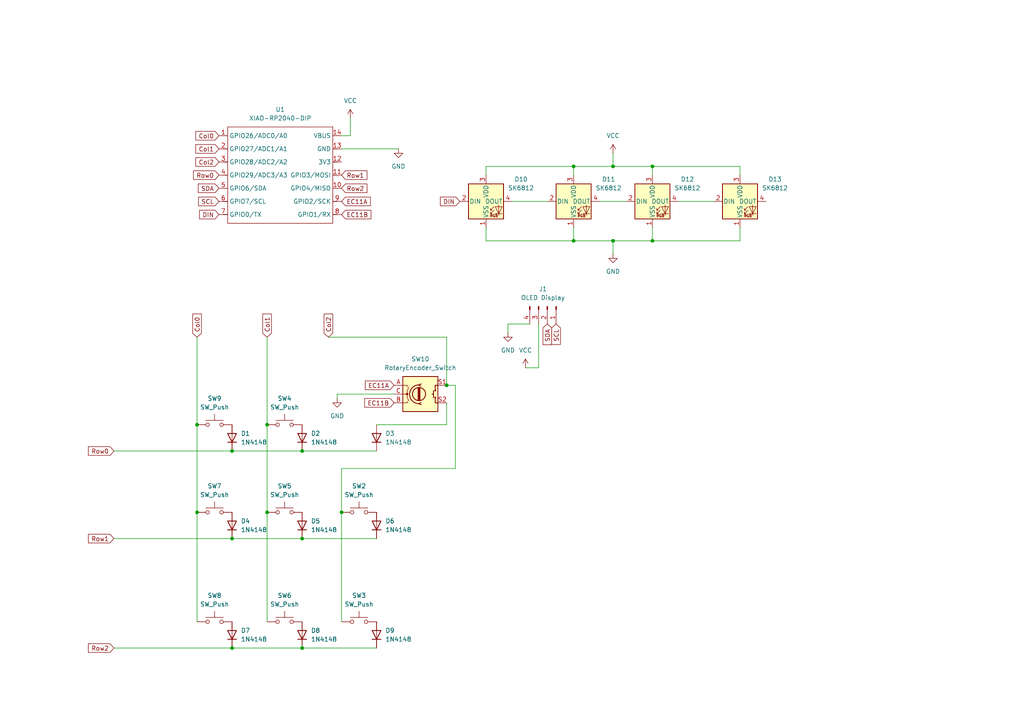
<source format=kicad_sch>
(kicad_sch (version 20250114) (generator "eeschema") (generator_version "9.0")
  (paper "A4")
  (lib_symbols
    (symbol "Connector:Conn_01x04_Pin" (pin_names (offset 1.016) (hide yes))
      (property "Reference" "J" (at 0 5.08 0))
      (property "Value" "Conn_01x04_Pin" (at 0 -7.62 0))
      (symbol "Conn_01x04_Pin_1_1"
        (rectangle (start 0.8636 2.667) (end 0 2.413) (stroke (width 0.1524)) (fill (type outline)))
        (rectangle (start 0.8636 0.127) (end 0 -0.127) (stroke (width 0.1524)) (fill (type outline)))
        (rectangle (start 0.8636 -2.413) (end 0 -2.667) (stroke (width 0.1524)) (fill (type outline)))
        (rectangle (start 0.8636 -4.953) (end 0 -5.207) (stroke (width 0.1524)) (fill (type outline)))
        (polyline (pts (xy 1.27 2.54) (xy 0.8636 2.54)) (stroke (width 0.1524)))
        (polyline (pts (xy 1.27 0) (xy 0.8636 0)) (stroke (width 0.1524)))
        (polyline (pts (xy 1.27 -2.54) (xy 0.8636 -2.54)) (stroke (width 0.1524)))
        (polyline (pts (xy 1.27 -5.08) (xy 0.8636 -5.08)) (stroke (width 0.1524)))
        (pin passive line (at 5.08 2.54 180) (length 3.81) (name "Pin_1") (number "1"))
        (pin passive line (at 5.08 0 180) (length 3.81) (name "Pin_2") (number "2"))
        (pin passive line (at 5.08 -2.54 180) (length 3.81) (name "Pin_3") (number "3"))
        (pin passive line (at 5.08 -5.08 180) (length 3.81) (name "Pin_4") (number "4"))
      )
    )
    (symbol "Device:RotaryEncoder_Switch" (pin_names (offset 0.254) (hide yes))
      (property "Reference" "SW" (at 0 6.604 0))
      (property "Value" "RotaryEncoder_Switch" (at 0 -6.604 0))
      (symbol "RotaryEncoder_Switch_0_1"
        (rectangle (start -5.08 5.08) (end 5.08 -5.08) (stroke (width 0.254)) (fill (type background)))
        (polyline (pts (xy -5.08 2.54) (xy -3.81 2.54) (xy -3.81 2.032)))
        (polyline (pts (xy -5.08 0) (xy -3.81 0) (xy -3.81 -1.016) (xy -3.302 -2.032)))
        (polyline (pts (xy -5.08 -2.54) (xy -3.81 -2.54) (xy -3.81 -2.032)))
        (polyline (pts (xy -4.318 0) (xy -3.81 0) (xy -3.81 1.016) (xy -3.302 2.032)))
        (circle (center -3.81 0) (radius 0.254) (fill (type outline)))
        (polyline (pts (xy -0.635 -1.778) (xy -0.635 1.778)) (stroke (width 0.254)))
        (circle (center -0.381 0) (radius 1.905) (stroke (width 0.254)))
        (polyline (pts (xy -0.381 -1.778) (xy -0.381 1.778)) (stroke (width 0.254)))
        (arc (start -0.381 -2.794) (mid -3.0988 -0.0635) (end -0.381 2.667) (stroke (width 0.254)))
        (polyline (pts (xy -0.127 1.778) (xy -0.127 -1.778)) (stroke (width 0.254)))
        (polyline (pts (xy 0.254 2.921) (xy -0.508 2.667) (xy 0.127 2.286)) (stroke (width 0.254)))
        (polyline (pts (xy 0.254 -3.048) (xy -0.508 -2.794) (xy 0.127 -2.413)) (stroke (width 0.254)))
        (polyline (pts (xy 3.81 1.016) (xy 3.81 -1.016)) (stroke (width 0.254)))
        (polyline (pts (xy 3.81 0) (xy 3.429 0)) (stroke (width 0.254)))
        (circle (center 4.318 1.016) (radius 0.127) (stroke (width 0.254)))
        (circle (center 4.318 -1.016) (radius 0.127) (stroke (width 0.254)))
        (polyline (pts (xy 5.08 2.54) (xy 4.318 2.54) (xy 4.318 1.016)) (stroke (width 0.254)))
        (polyline (pts (xy 5.08 -2.54) (xy 4.318 -2.54) (xy 4.318 -1.016)) (stroke (width 0.254)))
      )
      (symbol "RotaryEncoder_Switch_1_1"
        (pin passive line (at -7.62 2.54 0) (length 2.54) (name "A") (number "A"))
        (pin passive line (at -7.62 0 0) (length 2.54) (name "C") (number "C"))
        (pin passive line (at -7.62 -2.54 0) (length 2.54) (name "B") (number "B"))
        (pin passive line (at 7.62 2.54 180) (length 2.54) (name "S1") (number "S1"))
        (pin passive line (at 7.62 -2.54 180) (length 2.54) (name "S2") (number "S2"))
      )
    )
    (symbol "Diode:1N4148" (pin_numbers (hide yes)) (pin_names (hide yes))
      (property "Reference" "D" (at 0 2.54 0))
      (property "Value" "1N4148" (at 0 -2.54 0))
      (symbol "1N4148_0_1"
        (polyline (pts (xy -1.27 1.27) (xy -1.27 -1.27)) (stroke (width 0.254)))
        (polyline (pts (xy 1.27 1.27) (xy 1.27 -1.27) (xy -1.27 0) (xy 1.27 1.27)) (stroke (width 0.254)))
        (polyline (pts (xy 1.27 0) (xy -1.27 0)))
      )
      (symbol "1N4148_1_1"
        (pin passive line (at -3.81 0 0) (length 2.54) (name "K") (number "1"))
        (pin passive line (at 3.81 0 180) (length 2.54) (name "A") (number "2"))
      )
    )
    (symbol "LED:SK6812" (pin_names (offset 0.254))
      (property "Reference" "D" (at 5.08 5.715 0))
      (property "Value" "SK6812" (at 1.27 -5.715 0))
      (symbol "SK6812_0_0"
        (text "RGB" (at 2.286 -4.191 0) (effects (font (size 0.762 0.762))))
      )
      (symbol "SK6812_0_1"
        (polyline (pts (xy 1.27 -2.54) (xy 1.778 -2.54)))
        (polyline (pts (xy 1.27 -3.556) (xy 1.778 -3.556)))
        (polyline (pts (xy 2.286 -1.524) (xy 1.27 -2.54) (xy 1.27 -2.032)))
        (polyline (pts (xy 2.286 -2.54) (xy 1.27 -3.556) (xy 1.27 -3.048)))
        (polyline (pts (xy 3.683 -1.016) (xy 3.683 -3.556) (xy 3.683 -4.064)))
        (polyline (pts (xy 4.699 -1.524) (xy 2.667 -1.524) (xy 3.683 -3.556) (xy 4.699 -1.524)))
        (polyline (pts (xy 4.699 -3.556) (xy 2.667 -3.556)))
        (rectangle (start 5.08 5.08) (end -5.08 -5.08) (stroke (width 0.254)) (fill (type background)))
      )
      (symbol "SK6812_1_1"
        (pin input line (at -7.62 0 0) (length 2.54) (name "DIN") (number "2"))
        (pin power_in line (at 0 7.62 270) (length 2.54) (name "VDD") (number "3"))
        (pin power_in line (at 0 -7.62 90) (length 2.54) (name "VSS") (number "1"))
        (pin output line (at 7.62 0 180) (length 2.54) (name "DOUT") (number "4"))
      )
    )
    (symbol "OPL lib:XIAO-RP2040-DIP"
      (property "Reference" "U" (at 0 0 0))
      (property "Value" "XIAO-RP2040-DIP" (at 5.334 -1.778 0))
      (symbol "XIAO-RP2040-DIP_1_0"
        (polyline (pts (xy -1.27 -2.54) (xy 29.21 -2.54)) (stroke (width 0.1524)))
        (polyline (pts (xy -1.27 -5.08) (xy -2.54 -5.08)) (stroke (width 0.1524)))
        (polyline (pts (xy -1.27 -5.08) (xy -1.27 -2.54)) (stroke (width 0.1524)))
        (polyline (pts (xy -1.27 -8.89) (xy -2.54 -8.89)) (stroke (width 0.1524)))
        (polyline (pts (xy -1.27 -8.89) (xy -1.27 -5.08)) (stroke (width 0.1524)))
        (polyline (pts (xy -1.27 -12.7) (xy -2.54 -12.7)) (stroke (width 0.1524)))
        (polyline (pts (xy -1.27 -12.7) (xy -1.27 -8.89)) (stroke (width 0.1524)))
        (polyline (pts (xy -1.27 -16.51) (xy -2.54 -16.51)) (stroke (width 0.1524)))
        (polyline (pts (xy -1.27 -16.51) (xy -1.27 -12.7)) (stroke (width 0.1524)))
        (polyline (pts (xy -1.27 -20.32) (xy -2.54 -20.32)) (stroke (width 0.1524)))
        (polyline (pts (xy -1.27 -24.13) (xy -2.54 -24.13)) (stroke (width 0.1524)))
        (polyline (pts (xy -1.27 -27.94) (xy -2.54 -27.94)) (stroke (width 0.1524)))
        (polyline (pts (xy -1.27 -30.48) (xy -1.27 -16.51)) (stroke (width 0.1524)))
        (polyline (pts (xy 29.21 -2.54) (xy 29.21 -5.08)) (stroke (width 0.1524)))
        (polyline (pts (xy 29.21 -5.08) (xy 29.21 -8.89)) (stroke (width 0.1524)))
        (polyline (pts (xy 29.21 -8.89) (xy 29.21 -12.7)) (stroke (width 0.1524)))
        (polyline (pts (xy 29.21 -12.7) (xy 29.21 -30.48)) (stroke (width 0.1524)))
        (polyline (pts (xy 29.21 -30.48) (xy -1.27 -30.48)) (stroke (width 0.1524)))
        (polyline (pts (xy 30.48 -5.08) (xy 29.21 -5.08)) (stroke (width 0.1524)))
        (polyline (pts (xy 30.48 -8.89) (xy 29.21 -8.89)) (stroke (width 0.1524)))
        (polyline (pts (xy 30.48 -12.7) (xy 29.21 -12.7)) (stroke (width 0.1524)))
        (polyline (pts (xy 30.48 -16.51) (xy 29.21 -16.51)) (stroke (width 0.1524)))
        (polyline (pts (xy 30.48 -20.32) (xy 29.21 -20.32)) (stroke (width 0.1524)))
        (polyline (pts (xy 30.48 -24.13) (xy 29.21 -24.13)) (stroke (width 0.1524)))
        (polyline (pts (xy 30.48 -27.94) (xy 29.21 -27.94)) (stroke (width 0.1524)))
        (pin passive line (at -3.81 -5.08 0) (length 2.54) (name "GPIO26/ADC0/A0") (number "1"))
        (pin passive line (at -3.81 -8.89 0) (length 2.54) (name "GPIO27/ADC1/A1") (number "2"))
        (pin passive line (at -3.81 -12.7 0) (length 2.54) (name "GPIO28/ADC2/A2") (number "3"))
        (pin passive line (at -3.81 -16.51 0) (length 2.54) (name "GPIO29/ADC3/A3") (number "4"))
        (pin passive line (at -3.81 -20.32 0) (length 2.54) (name "GPIO6/SDA") (number "5"))
        (pin passive line (at -3.81 -24.13 0) (length 2.54) (name "GPIO7/SCL") (number "6"))
        (pin passive line (at -3.81 -27.94 0) (length 2.54) (name "GPIO0/TX") (number "7"))
        (pin passive line (at 31.75 -5.08 180) (length 2.54) (name "VBUS") (number "14"))
        (pin passive line (at 31.75 -8.89 180) (length 2.54) (name "GND") (number "13"))
        (pin passive line (at 31.75 -12.7 180) (length 2.54) (name "3V3") (number "12"))
        (pin passive line (at 31.75 -16.51 180) (length 2.54) (name "GPIO3/MOSI") (number "11"))
        (pin passive line (at 31.75 -20.32 180) (length 2.54) (name "GPIO4/MISO") (number "10"))
        (pin passive line (at 31.75 -24.13 180) (length 2.54) (name "GPIO2/SCK") (number "9"))
        (pin passive line (at 31.75 -27.94 180) (length 2.54) (name "GPIO1/RX") (number "8"))
      )
    )
    (symbol "Switch:SW_Push" (pin_numbers (hide yes)) (pin_names (offset 1.016) (hide yes))
      (property "Reference" "SW" (at 1.27 2.54 0))
      (property "Value" "SW_Push" (at 0 -1.524 0))
      (symbol "SW_Push_0_1"
        (circle (center -2.032 0) (radius 0.508))
        (polyline (pts (xy 0 1.27) (xy 0 3.048)))
        (circle (center 2.032 0) (radius 0.508))
        (polyline (pts (xy 2.54 1.27) (xy -2.54 1.27)))
        (pin passive line (at -5.08 0 0) (length 2.54) (name "1") (number "1"))
        (pin passive line (at 5.08 0 180) (length 2.54) (name "2") (number "2"))
      )
    )
    (symbol "power:GND" (power) (pin_numbers (hide yes)) (pin_names (offset 0) (hide yes))
      (property "Value" "GND" (at 0 -3.81 0))
      (symbol "GND_0_1"
        (polyline (pts (xy 0 0) (xy 0 -1.27) (xy 1.27 -1.27) (xy 0 -2.54) (xy -1.27 -1.27) (xy 0 -1.27)))
      )
      (symbol "GND_1_1"
        (pin power_in line (at 0 0 270) (length 0) (name "~") (number "1"))
      )
    )
    (symbol "power:VCC" (power) (pin_numbers (hide yes)) (pin_names (offset 0) (hide yes))
      (property "Value" "VCC" (at 0 3.556 0))
      (symbol "VCC_0_1"
        (polyline (pts (xy -0.762 1.27) (xy 0 2.54)))
        (polyline (pts (xy 0 2.54) (xy 0.762 1.27)))
        (polyline (pts (xy 0 0) (xy 0 2.54)))
      )
      (symbol "VCC_1_1"
        (pin power_in line (at 0 0 90) (length 0) (name "~") (number "1"))
      )
    )
  )
  (junction (at 67.31 187.96))
  (junction (at 166.37 69.85))
  (junction (at 87.63 156.21))
  (junction (at 189.23 48.26))
  (junction (at 67.31 156.21))
  (junction (at 166.37 48.26))
  (junction (at 87.63 130.81))
  (junction (at 67.31 130.81))
  (junction (at 87.63 187.96))
  (junction (at 77.47 148.59))
  (junction (at 177.8 69.85))
  (junction (at 177.8 48.26))
  (junction (at 129.54 111.76))
  (junction (at 77.47 123.19))
  (junction (at 99.06 148.59))
  (junction (at 57.15 123.19))
  (junction (at 189.23 69.85))
  (junction (at 57.15 148.59))
  (wire (pts (xy 57.15 123.19) (xy 57.15 148.59)))
  (wire (pts (xy 147.32 93.98) (xy 153.67 93.98)))
  (wire (pts (xy 173.99 58.42) (xy 181.61 58.42)))
  (wire (pts (xy 177.8 44.45) (xy 177.8 48.26)))
  (wire (pts (xy 87.63 187.96) (xy 109.22 187.96)))
  (wire (pts (xy 87.63 156.21) (xy 109.22 156.21)))
  (wire (pts (xy 189.23 48.26) (xy 189.23 50.8)))
  (wire (pts (xy 129.54 123.19) (xy 129.54 116.84)))
  (wire (pts (xy 33.02 130.81) (xy 67.31 130.81)))
  (wire (pts (xy 57.15 97.79) (xy 57.15 123.19)))
  (wire (pts (xy 114.3 114.3) (xy 97.79 114.3)))
  (wire (pts (xy 148.59 58.42) (xy 158.75 58.42)))
  (wire (pts (xy 99.06 43.18) (xy 115.57 43.18)))
  (wire (pts (xy 189.23 48.26) (xy 214.63 48.26)))
  (wire (pts (xy 95.25 97.79) (xy 129.54 97.79)))
  (wire (pts (xy 214.63 69.85) (xy 214.63 66.04)))
  (wire (pts (xy 140.97 50.8) (xy 140.97 48.26)))
  (wire (pts (xy 57.15 148.59) (xy 57.15 180.34)))
  (wire (pts (xy 140.97 69.85) (xy 166.37 69.85)))
  (wire (pts (xy 166.37 69.85) (xy 166.37 66.04)))
  (wire (pts (xy 156.21 93.98) (xy 156.21 106.68)))
  (wire (pts (xy 166.37 48.26) (xy 166.37 50.8)))
  (wire (pts (xy 140.97 66.04) (xy 140.97 69.85)))
  (wire (pts (xy 99.06 148.59) (xy 99.06 180.34)))
  (wire (pts (xy 140.97 48.26) (xy 166.37 48.26)))
  (wire (pts (xy 196.85 58.42) (xy 207.01 58.42)))
  (wire (pts (xy 99.06 135.89) (xy 99.06 148.59)))
  (wire (pts (xy 77.47 123.19) (xy 77.47 148.59)))
  (wire (pts (xy 132.08 111.76) (xy 132.08 135.89)))
  (wire (pts (xy 129.54 111.76) (xy 132.08 111.76)))
  (wire (pts (xy 147.32 96.52) (xy 147.32 93.98)))
  (wire (pts (xy 177.8 69.85) (xy 189.23 69.85)))
  (wire (pts (xy 77.47 148.59) (xy 77.47 180.34)))
  (wire (pts (xy 77.47 97.79) (xy 77.47 123.19)))
  (wire (pts (xy 129.54 97.79) (xy 129.54 111.76)))
  (wire (pts (xy 33.02 187.96) (xy 67.31 187.96)))
  (wire (pts (xy 67.31 156.21) (xy 87.63 156.21)))
  (wire (pts (xy 132.08 135.89) (xy 99.06 135.89)))
  (wire (pts (xy 87.63 130.81) (xy 109.22 130.81)))
  (wire (pts (xy 67.31 130.81) (xy 87.63 130.81)))
  (wire (pts (xy 97.79 114.3) (xy 97.79 115.57)))
  (wire (pts (xy 67.31 187.96) (xy 87.63 187.96)))
  (wire (pts (xy 101.6 39.37) (xy 101.6 34.29)))
  (wire (pts (xy 33.02 156.21) (xy 67.31 156.21)))
  (wire (pts (xy 214.63 48.26) (xy 214.63 50.8)))
  (wire (pts (xy 166.37 69.85) (xy 177.8 69.85)))
  (wire (pts (xy 189.23 69.85) (xy 214.63 69.85)))
  (wire (pts (xy 189.23 69.85) (xy 189.23 66.04)))
  (wire (pts (xy 99.06 39.37) (xy 101.6 39.37)))
  (wire (pts (xy 156.21 106.68) (xy 152.4 106.68)))
  (wire (pts (xy 109.22 123.19) (xy 129.54 123.19)))
  (wire (pts (xy 166.37 48.26) (xy 177.8 48.26)))
  (wire (pts (xy 177.8 69.85) (xy 177.8 73.66)))
  (wire (pts (xy 177.8 48.26) (xy 189.23 48.26)))
  (global_label "Row0" (shape input) (at 33.02 130.81 180) (property "Intersheetrefs" "${INTERSHEET_REFS}" (effects (hide yes))))
  (global_label "Col1" (shape input) (at 63.5 43.18 180) (property "Intersheetrefs" "${INTERSHEET_REFS}" (effects (hide yes))))
  (global_label "Col0" (shape input) (at 63.5 39.37 180) (property "Intersheetrefs" "${INTERSHEET_REFS}" (effects (hide yes))))
  (global_label "DIN" (shape input) (at 133.35 58.42 180) (property "Intersheetrefs" "${INTERSHEET_REFS}" (effects (hide yes))))
  (global_label "Col2" (shape input) (at 95.25 97.79 90) (property "Intersheetrefs" "${INTERSHEET_REFS}" (effects (hide yes))))
  (global_label "SCL" (shape input) (at 63.5 58.42 180) (property "Intersheetrefs" "${INTERSHEET_REFS}" (effects (hide yes))))
  (global_label "Row1" (shape input) (at 33.02 156.21 180) (property "Intersheetrefs" "${INTERSHEET_REFS}" (effects (hide yes))))
  (global_label "Col0" (shape input) (at 57.15 97.79 90) (property "Intersheetrefs" "${INTERSHEET_REFS}" (effects (hide yes))))
  (global_label "EC11A" (shape input) (at 99.06 58.42 0) (property "Intersheetrefs" "${INTERSHEET_REFS}" (effects (hide yes))))
  (global_label "SCL" (shape input) (at 161.29 93.98 270) (property "Intersheetrefs" "${INTERSHEET_REFS}" (effects (hide yes))))
  (global_label "Col1" (shape input) (at 77.47 97.79 90) (property "Intersheetrefs" "${INTERSHEET_REFS}" (effects (hide yes))))
  (global_label "EC11B" (shape input) (at 99.06 62.23 0) (property "Intersheetrefs" "${INTERSHEET_REFS}" (effects (hide yes))))
  (global_label "Row2" (shape input) (at 33.02 187.96 180) (property "Intersheetrefs" "${INTERSHEET_REFS}" (effects (hide yes))))
  (global_label "Col2" (shape input) (at 63.5 46.99 180) (property "Intersheetrefs" "${INTERSHEET_REFS}" (effects (hide yes))))
  (global_label "Row1" (shape input) (at 99.06 50.8 0) (property "Intersheetrefs" "${INTERSHEET_REFS}" (effects (hide yes))))
  (global_label "Row2" (shape input) (at 99.06 54.61 0) (property "Intersheetrefs" "${INTERSHEET_REFS}" (effects (hide yes))))
  (global_label "EC11B" (shape input) (at 114.3 116.84 180) (property "Intersheetrefs" "${INTERSHEET_REFS}" (effects (hide yes))))
  (global_label "SDA" (shape input) (at 158.75 93.98 270) (property "Intersheetrefs" "${INTERSHEET_REFS}" (effects (hide yes))))
  (global_label "Row0" (shape input) (at 63.5 50.8 180) (property "Intersheetrefs" "${INTERSHEET_REFS}" (effects (hide yes))))
  (global_label "DIN" (shape input) (at 63.5 62.23 180) (property "Intersheetrefs" "${INTERSHEET_REFS}" (effects (hide yes))))
  (global_label "SDA" (shape input) (at 63.5 54.61 180) (property "Intersheetrefs" "${INTERSHEET_REFS}" (effects (hide yes))))
  (global_label "EC11A" (shape input) (at 114.3 111.76 180) (property "Intersheetrefs" "${INTERSHEET_REFS}" (effects (hide yes))))
  (symbol (lib_id "Diode:1N4148") (at 67.31 184.15 90) (unit 1)
    (property "Reference" "D7" (at 69.85 182.8799 90) (effects (justify right)))
    (property "Value" "1N4148" (at 69.85 185.4199 90) (effects (justify right)))
    (property "Footprint" "Diode_THT:D_DO-35_SOD27_P7.62mm_Horizontal" (effects (hide yes)))
    (property "Datasheet" "https://assets.nexperia.com/documents/data-sheet/1N4148_1N4448.pdf" (effects (hide yes)))
    (property "Description" "100V 0.15A standard switching diode, DO-35" (effects (hide yes)))
    (property "Sim.Device" "D" (effects (hide yes)))
    (property "Sim.Pins" "1=K 2=A" (effects (hide yes)))
  )
  (symbol (lib_id "Diode:1N4148") (at 67.31 152.4 90) (unit 1)
    (property "Reference" "D4" (at 69.85 151.1299 90) (effects (justify right)))
    (property "Value" "1N4148" (at 69.85 153.6699 90) (effects (justify right)))
    (property "Footprint" "Diode_THT:D_DO-35_SOD27_P7.62mm_Horizontal" (effects (hide yes)))
    (property "Datasheet" "https://assets.nexperia.com/documents/data-sheet/1N4148_1N4448.pdf" (effects (hide yes)))
    (property "Description" "100V 0.15A standard switching diode, DO-35" (effects (hide yes)))
    (property "Sim.Device" "D" (effects (hide yes)))
    (property "Sim.Pins" "1=K 2=A" (effects (hide yes)))
  )
  (symbol (lib_id "Device:RotaryEncoder_Switch") (at 121.92 114.3 0) (unit 1)
    (property "Reference" "SW10" (at 121.92 104.14 0))
    (property "Value" "RotaryEncoder_Switch" (at 121.92 106.68 0))
    (property "Footprint" "Rotary_Encoder:RotaryEncoder_Alps_EC11E-Switch_Vertical_H20mm" (effects (hide yes)))
    (property "Description" "Rotary encoder, dual channel, incremental quadrate outputs, with switch" (effects (hide yes)))
  )
  (symbol (lib_id "power:VCC") (at 152.4 106.68 0) (unit 1)
    (property "Reference" "#PWR02" (effects (hide yes)))
    (property "Value" "VCC" (at 152.4 101.6 0))
    (property "Description" "Power symbol creates a global label with name \"VCC\"" (effects (hide yes)))
  )
  (symbol (lib_id "Switch:SW_Push") (at 104.14 148.59 0) (unit 1)
    (property "Reference" "SW2" (at 104.14 140.97 0))
    (property "Value" "SW_Push" (at 104.14 143.51 0))
    (property "Footprint" "Button_Switch_Keyboard:SW_Cherry_MX_1.00u_PCB" (effects (hide yes)))
    (property "Description" "Push button switch, generic, two pins" (effects (hide yes)))
  )
  (symbol (lib_id "LED:SK6812") (at 140.97 58.42 0) (unit 1)
    (property "Reference" "D10" (at 151.13 51.9998 0))
    (property "Value" "SK6812" (at 151.13 54.5398 0))
    (property "Footprint" "marbastLib:MX_SK6812MINI-E" (effects (hide yes)))
    (property "Datasheet" "https://cdn-shop.adafruit.com/product-files/1138/SK6812+LED+datasheet+.pdf" (effects (hide yes)))
    (property "Description" "RGB LED with integrated controller" (effects (hide yes)))
  )
  (symbol (lib_id "power:GND") (at 115.57 43.18 0) (unit 1)
    (property "Reference" "#PWR04" (effects (hide yes)))
    (property "Value" "GND" (at 115.57 48.26 0))
    (property "Description" "Power symbol creates a global label with name \"GND\" , ground" (effects (hide yes)))
  )
  (symbol (lib_id "Diode:1N4148") (at 109.22 152.4 90) (unit 1)
    (property "Reference" "D6" (at 111.76 151.1299 90) (effects (justify right)))
    (property "Value" "1N4148" (at 111.76 153.6699 90) (effects (justify right)))
    (property "Footprint" "Diode_THT:D_DO-35_SOD27_P7.62mm_Horizontal" (effects (hide yes)))
    (property "Datasheet" "https://assets.nexperia.com/documents/data-sheet/1N4148_1N4448.pdf" (effects (hide yes)))
    (property "Description" "100V 0.15A standard switching diode, DO-35" (effects (hide yes)))
    (property "Sim.Device" "D" (effects (hide yes)))
    (property "Sim.Pins" "1=K 2=A" (effects (hide yes)))
  )
  (symbol (lib_id "Switch:SW_Push") (at 104.14 180.34 0) (unit 1)
    (property "Reference" "SW3" (at 104.14 172.72 0))
    (property "Value" "SW_Push" (at 104.14 175.26 0))
    (property "Footprint" "Button_Switch_Keyboard:SW_Cherry_MX_1.00u_PCB" (effects (hide yes)))
    (property "Description" "Push button switch, generic, two pins" (effects (hide yes)))
  )
  (symbol (lib_id "Diode:1N4148") (at 87.63 127 90) (unit 1)
    (property "Reference" "D2" (at 90.17 125.7299 90) (effects (justify right)))
    (property "Value" "1N4148" (at 90.17 128.2699 90) (effects (justify right)))
    (property "Footprint" "Diode_THT:D_DO-35_SOD27_P7.62mm_Horizontal" (effects (hide yes)))
    (property "Datasheet" "https://assets.nexperia.com/documents/data-sheet/1N4148_1N4448.pdf" (effects (hide yes)))
    (property "Description" "100V 0.15A standard switching diode, DO-35" (effects (hide yes)))
    (property "Sim.Device" "D" (effects (hide yes)))
    (property "Sim.Pins" "1=K 2=A" (effects (hide yes)))
  )
  (symbol (lib_id "OPL lib:XIAO-RP2040-DIP") (at 67.31 34.29 0) (unit 1)
    (property "Reference" "U1" (at 81.28 31.75 0))
    (property "Value" "XIAO-RP2040-DIP" (at 81.28 34.29 0))
    (property "Footprint" "OPL lib:XIAO-RP2040-DIP" (effects (hide yes)))
  )
  (symbol (lib_id "Connector:Conn_01x04_Pin") (at 158.75 88.9 270) (unit 1)
    (property "Reference" "J1" (at 157.48 83.82 90))
    (property "Value" "OLED Display" (at 157.48 86.36 90))
    (property "Footprint" "Connector_PinHeader_2.54mm:PinHeader_1x04_P2.54mm_Vertical" (effects (hide yes)))
    (property "Description" "Generic connector, single row, 01x04, script generated" (effects (hide yes)))
  )
  (symbol (lib_id "power:GND") (at 147.32 96.52 0) (unit 1)
    (property "Reference" "#PWR01" (effects (hide yes)))
    (property "Value" "GND" (at 147.32 101.6 0))
    (property "Description" "Power symbol creates a global label with name \"GND\" , ground" (effects (hide yes)))
  )
  (symbol (lib_id "Switch:SW_Push") (at 62.23 123.19 0) (unit 1)
    (property "Reference" "SW9" (at 62.23 115.57 0))
    (property "Value" "SW_Push" (at 62.23 118.11 0))
    (property "Footprint" "Button_Switch_Keyboard:SW_Cherry_MX_1.00u_PCB" (effects (hide yes)))
    (property "Description" "Push button switch, generic, two pins" (effects (hide yes)))
  )
  (symbol (lib_id "power:VCC") (at 177.8 44.45 0) (unit 1)
    (property "Reference" "#PWR06" (effects (hide yes)))
    (property "Value" "VCC" (at 177.8 39.37 0))
    (property "Description" "Power symbol creates a global label with name \"VCC\"" (effects (hide yes)))
  )
  (symbol (lib_id "power:GND") (at 97.79 115.57 0) (unit 1)
    (property "Reference" "#PWR05" (effects (hide yes)))
    (property "Value" "GND" (at 97.79 120.65 0))
    (property "Description" "Power symbol creates a global label with name \"GND\" , ground" (effects (hide yes)))
  )
  (symbol (lib_id "Switch:SW_Push") (at 62.23 180.34 0) (unit 1)
    (property "Reference" "SW8" (at 62.23 172.72 0))
    (property "Value" "SW_Push" (at 62.23 175.26 0))
    (property "Footprint" "Button_Switch_Keyboard:SW_Cherry_MX_1.00u_PCB" (effects (hide yes)))
    (property "Description" "Push button switch, generic, two pins" (effects (hide yes)))
  )
  (symbol (lib_id "LED:SK6812") (at 214.63 58.42 0) (unit 1)
    (property "Reference" "D13" (at 224.79 51.9998 0))
    (property "Value" "SK6812" (at 224.79 54.5398 0))
    (property "Footprint" "marbastLib:MX_SK6812MINI-E" (effects (hide yes)))
    (property "Datasheet" "https://cdn-shop.adafruit.com/product-files/1138/SK6812+LED+datasheet+.pdf" (effects (hide yes)))
    (property "Description" "RGB LED with integrated controller" (effects (hide yes)))
  )
  (symbol (lib_id "Diode:1N4148") (at 109.22 184.15 90) (unit 1)
    (property "Reference" "D9" (at 111.76 182.8799 90) (effects (justify right)))
    (property "Value" "1N4148" (at 111.76 185.4199 90) (effects (justify right)))
    (property "Footprint" "Diode_THT:D_DO-35_SOD27_P7.62mm_Horizontal" (effects (hide yes)))
    (property "Datasheet" "https://assets.nexperia.com/documents/data-sheet/1N4148_1N4448.pdf" (effects (hide yes)))
    (property "Description" "100V 0.15A standard switching diode, DO-35" (effects (hide yes)))
    (property "Sim.Device" "D" (effects (hide yes)))
    (property "Sim.Pins" "1=K 2=A" (effects (hide yes)))
  )
  (symbol (lib_id "Switch:SW_Push") (at 82.55 148.59 0) (unit 1)
    (property "Reference" "SW5" (at 82.55 140.97 0))
    (property "Value" "SW_Push" (at 82.55 143.51 0))
    (property "Footprint" "Button_Switch_Keyboard:SW_Cherry_MX_1.00u_PCB" (effects (hide yes)))
    (property "Description" "Push button switch, generic, two pins" (effects (hide yes)))
  )
  (symbol (lib_id "Diode:1N4148") (at 87.63 184.15 90) (unit 1)
    (property "Reference" "D8" (at 90.17 182.8799 90) (effects (justify right)))
    (property "Value" "1N4148" (at 90.17 185.4199 90) (effects (justify right)))
    (property "Footprint" "Diode_THT:D_DO-35_SOD27_P7.62mm_Horizontal" (effects (hide yes)))
    (property "Datasheet" "https://assets.nexperia.com/documents/data-sheet/1N4148_1N4448.pdf" (effects (hide yes)))
    (property "Description" "100V 0.15A standard switching diode, DO-35" (effects (hide yes)))
    (property "Sim.Device" "D" (effects (hide yes)))
    (property "Sim.Pins" "1=K 2=A" (effects (hide yes)))
  )
  (symbol (lib_id "Switch:SW_Push") (at 82.55 123.19 0) (unit 1)
    (property "Reference" "SW4" (at 82.55 115.57 0))
    (property "Value" "SW_Push" (at 82.55 118.11 0))
    (property "Footprint" "Button_Switch_Keyboard:SW_Cherry_MX_1.00u_PCB" (effects (hide yes)))
    (property "Description" "Push button switch, generic, two pins" (effects (hide yes)))
  )
  (symbol (lib_id "Diode:1N4148") (at 67.31 127 90) (unit 1)
    (property "Reference" "D1" (at 69.85 125.7299 90) (effects (justify right)))
    (property "Value" "1N4148" (at 69.85 128.2699 90) (effects (justify right)))
    (property "Footprint" "Diode_THT:D_DO-35_SOD27_P7.62mm_Horizontal" (effects (hide yes)))
    (property "Datasheet" "https://assets.nexperia.com/documents/data-sheet/1N4148_1N4448.pdf" (effects (hide yes)))
    (property "Description" "100V 0.15A standard switching diode, DO-35" (effects (hide yes)))
    (property "Sim.Device" "D" (effects (hide yes)))
    (property "Sim.Pins" "1=K 2=A" (effects (hide yes)))
  )
  (symbol (lib_id "LED:SK6812") (at 166.37 58.42 0) (unit 1)
    (property "Reference" "D11" (at 176.53 51.9998 0))
    (property "Value" "SK6812" (at 176.53 54.5398 0))
    (property "Footprint" "marbastLib:MX_SK6812MINI-E" (effects (hide yes)))
    (property "Datasheet" "https://cdn-shop.adafruit.com/product-files/1138/SK6812+LED+datasheet+.pdf" (effects (hide yes)))
    (property "Description" "RGB LED with integrated controller" (effects (hide yes)))
  )
  (symbol (lib_id "Diode:1N4148") (at 109.22 127 90) (unit 1)
    (property "Reference" "D3" (at 111.76 125.7299 90) (effects (justify right)))
    (property "Value" "1N4148" (at 111.76 128.2699 90) (effects (justify right)))
    (property "Footprint" "Diode_THT:D_DO-35_SOD27_P7.62mm_Horizontal" (effects (hide yes)))
    (property "Datasheet" "https://assets.nexperia.com/documents/data-sheet/1N4148_1N4448.pdf" (effects (hide yes)))
    (property "Description" "100V 0.15A standard switching diode, DO-35" (effects (hide yes)))
    (property "Sim.Device" "D" (effects (hide yes)))
    (property "Sim.Pins" "1=K 2=A" (effects (hide yes)))
  )
  (symbol (lib_id "power:GND") (at 177.8 73.66 0) (unit 1)
    (property "Reference" "#PWR07" (effects (hide yes)))
    (property "Value" "GND" (at 177.8 78.74 0))
    (property "Description" "Power symbol creates a global label with name \"GND\" , ground" (effects (hide yes)))
  )
  (symbol (lib_id "Switch:SW_Push") (at 82.55 180.34 0) (unit 1)
    (property "Reference" "SW6" (at 82.55 172.72 0))
    (property "Value" "SW_Push" (at 82.55 175.26 0))
    (property "Footprint" "Button_Switch_Keyboard:SW_Cherry_MX_1.00u_PCB" (effects (hide yes)))
    (property "Description" "Push button switch, generic, two pins" (effects (hide yes)))
  )
  (symbol (lib_id "power:VCC") (at 101.6 34.29 0) (unit 1)
    (property "Reference" "#PWR03" (effects (hide yes)))
    (property "Value" "VCC" (at 101.6 29.21 0))
    (property "Description" "Power symbol creates a global label with name \"VCC\"" (effects (hide yes)))
  )
  (symbol (lib_id "Switch:SW_Push") (at 62.23 148.59 0) (unit 1)
    (property "Reference" "SW7" (at 62.23 140.97 0))
    (property "Value" "SW_Push" (at 62.23 143.51 0))
    (property "Footprint" "Button_Switch_Keyboard:SW_Cherry_MX_1.00u_PCB" (effects (hide yes)))
    (property "Description" "Push button switch, generic, two pins" (effects (hide yes)))
  )
  (symbol (lib_id "LED:SK6812") (at 189.23 58.42 0) (unit 1)
    (property "Reference" "D12" (at 199.39 51.9998 0))
    (property "Value" "SK6812" (at 199.39 54.5398 0))
    (property "Footprint" "marbastLib:MX_SK6812MINI-E" (effects (hide yes)))
    (property "Datasheet" "https://cdn-shop.adafruit.com/product-files/1138/SK6812+LED+datasheet+.pdf" (effects (hide yes)))
    (property "Description" "RGB LED with integrated controller" (effects (hide yes)))
  )
  (symbol (lib_id "Diode:1N4148") (at 87.63 152.4 90) (unit 1)
    (property "Reference" "D5" (at 90.17 151.1299 90) (effects (justify right)))
    (property "Value" "1N4148" (at 90.17 153.6699 90) (effects (justify right)))
    (property "Footprint" "Diode_THT:D_DO-35_SOD27_P7.62mm_Horizontal" (effects (hide yes)))
    (property "Datasheet" "https://assets.nexperia.com/documents/data-sheet/1N4148_1N4448.pdf" (effects (hide yes)))
    (property "Description" "100V 0.15A standard switching diode, DO-35" (effects (hide yes)))
    (property "Sim.Device" "D" (effects (hide yes)))
    (property "Sim.Pins" "1=K 2=A" (effects (hide yes)))
  )
)
</source>
